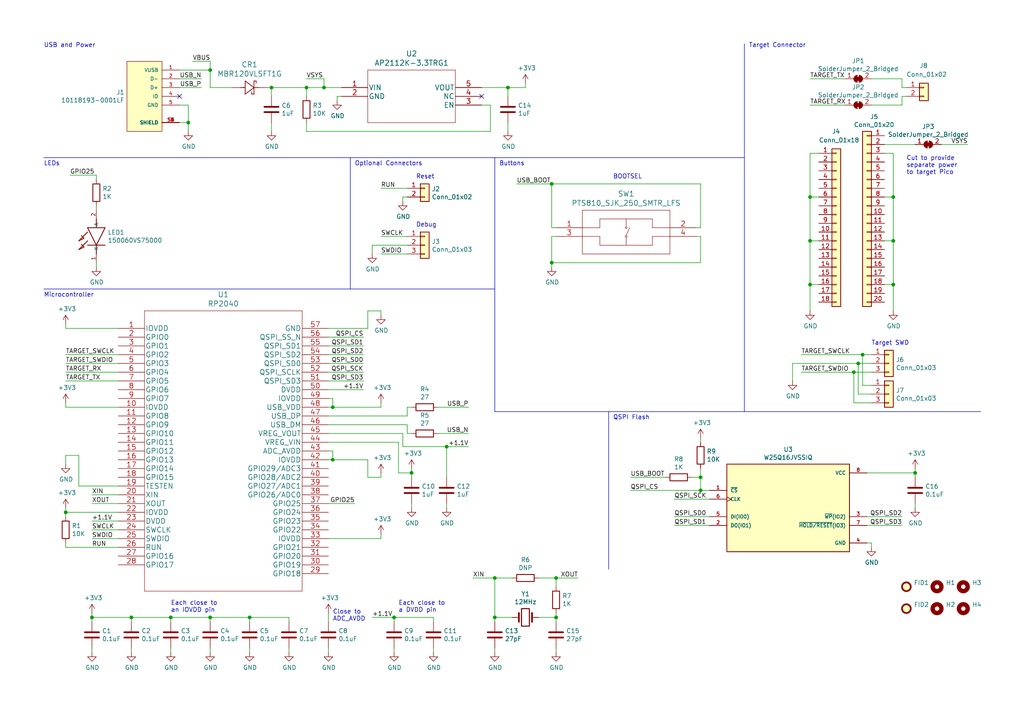
<source format=kicad_sch>
(kicad_sch (version 20230121) (generator eeschema)
  (paper "A4")
  (title_block (title "Raspberry Pi Pico Debugger Shoe") (date "2021-05-12") (rev "v02") (comment 2 "https://creativecommons.org/licenses/by/4.0/") (comment 3 "License: CC BY 4.0") (comment 4 "Author: Shawn Hymel"))
  (junction (at 250.19 102.87))
  (junction (at 60.96 179.07))
  (junction (at 72.39 179.07))
  (junction (at 259.08 82.55))
  (junction (at 19.05 148.59))
  (junction (at 96.52 118.11))
  (junction (at 247.65 107.95))
  (junction (at 234.95 82.55))
  (junction (at 203.2 142.24))
  (junction (at 259.08 69.85))
  (junction (at 265.43 137.16))
  (junction (at 54.61 35.56))
  (junction (at 119.38 137.16))
  (junction (at 49.53 179.07))
  (junction (at 96.52 133.35))
  (junction (at 129.54 129.54))
  (junction (at 114.3 179.07))
  (junction (at 234.95 69.85))
  (junction (at 88.9 25.4))
  (junction (at 143.51 167.64))
  (junction (at 38.1 179.07))
  (junction (at 234.95 57.15))
  (junction (at 143.51 179.07))
  (junction (at 160.02 76.2))
  (junction (at 248.92 105.41))
  (junction (at 78.74 25.4))
  (junction (at 160.02 53.34))
  (junction (at 203.2 138.43))
  (junction (at 161.29 167.64))
  (junction (at 147.32 25.4))
  (junction (at 26.67 179.07))
  (junction (at 60.96 20.32))
  (junction (at 93.98 25.4))
  (junction (at 161.29 179.07))
  (junction (at 259.08 57.15))
  (no_connect (at 52.07 27.94))
  (no_connect (at 139.7 27.94))
  (wire (pts (xy 147.32 25.4) (xy 147.32 27.94)))
  (wire (pts (xy 273.05 41.91) (xy 280.67 41.91)))
  (wire (pts (xy 95.25 128.27) (xy 115.57 128.27)))
  (wire (pts (xy 265.43 135.89) (xy 265.43 137.16)))
  (wire (pts (xy 34.29 105.41) (xy 19.05 105.41)))
  (wire (pts (xy 237.49 69.85) (xy 234.95 69.85)))
  (wire (pts (xy 19.05 95.25) (xy 34.29 95.25)))
  (wire (pts (xy 193.04 138.43) (xy 182.88 138.43)))
  (wire (pts (xy 106.68 95.25) (xy 106.68 90.17)))
  (wire (pts (xy 52.07 35.56) (xy 54.61 35.56)))
  (wire (pts (xy 27.94 50.8) (xy 20.32 50.8)))
  (wire (pts (xy 203.2 127) (xy 203.2 128.27)))
  (wire (pts (xy 118.11 73.66) (xy 110.49 73.66)))
  (wire (pts (xy 118.11 68.58) (xy 110.49 68.58)))
  (wire (pts (xy 259.08 57.15) (xy 259.08 69.85)))
  (wire (pts (xy 49.53 180.34) (xy 49.53 179.07)))
  (wire (pts (xy 129.54 146.05) (xy 129.54 147.32)))
  (wire (pts (xy 251.46 137.16) (xy 265.43 137.16)))
  (wire (pts (xy 248.92 105.41) (xy 248.92 114.3)))
  (wire (pts (xy 160.02 53.34) (xy 149.86 53.34)))
  (wire (pts (xy 234.95 82.55) (xy 234.95 90.17)))
  (wire (pts (xy 234.95 44.45) (xy 234.95 57.15)))
  (wire (pts (xy 60.96 17.78) (xy 55.88 17.78)))
  (wire (pts (xy 252.73 116.84) (xy 247.65 116.84)))
  (wire (pts (xy 83.82 180.34) (xy 83.82 179.07)))
  (wire (pts (xy 95.25 125.73) (xy 116.84 125.73)))
  (wire (pts (xy 252.73 157.48) (xy 252.73 158.75)))
  (wire (pts (xy 27.94 52.07) (xy 27.94 50.8)))
  (wire (pts (xy 97.79 27.94) (xy 99.06 27.94)))
  (wire (pts (xy 200.66 138.43) (xy 203.2 138.43)))
  (wire (pts (xy 256.54 41.91) (xy 265.43 41.91)))
  (wire (pts (xy 250.19 111.76) (xy 250.19 102.87)))
  (wire (pts (xy 95.25 105.41) (xy 105.41 105.41)))
  (wire (pts (xy 72.39 179.07) (xy 60.96 179.07)))
  (wire (pts (xy 139.7 25.4) (xy 147.32 25.4)))
  (wire (pts (xy 19.05 158.75) (xy 34.29 158.75)))
  (wire (pts (xy 125.73 179.07) (xy 114.3 179.07)))
  (wire (pts (xy 72.39 187.96) (xy 72.39 189.23)))
  (wire (pts (xy 88.9 25.4) (xy 93.98 25.4)))
  (wire (pts (xy 205.74 149.86) (xy 195.58 149.86)))
  (wire (pts (xy 261.62 25.4) (xy 261.62 22.86)))
  (wire (pts (xy 52.07 20.32) (xy 60.96 20.32)))
  (wire (pts (xy 77.47 25.4) (xy 78.74 25.4)))
  (wire (pts (xy 107.95 71.12) (xy 118.11 71.12)))
  (wire (pts (xy 118.11 123.19) (xy 118.11 125.73)))
  (wire (pts (xy 118.11 125.73) (xy 119.38 125.73)))
  (wire (pts (xy 127 118.11) (xy 135.89 118.11)))
  (wire (pts (xy 38.1 180.34) (xy 38.1 179.07)))
  (wire (pts (xy 60.96 179.07) (xy 49.53 179.07)))
  (wire (pts (xy 27.94 59.69) (xy 27.94 60.96)))
  (wire (pts (xy 19.05 118.11) (xy 19.05 116.84)))
  (wire (pts (xy 95.25 95.25) (xy 106.68 95.25)))
  (wire (pts (xy 88.9 35.56) (xy 88.9 38.1)))
  (wire (pts (xy 22.86 140.97) (xy 22.86 132.08)))
  (wire (pts (xy 83.82 187.96) (xy 83.82 189.23)))
  (wire (pts (xy 182.88 142.24) (xy 203.2 142.24)))
  (wire (pts (xy 237.49 57.15) (xy 234.95 57.15)))
  (wire (pts (xy 95.25 97.79) (xy 105.41 97.79)))
  (wire (pts (xy 97.79 29.21) (xy 97.79 27.94)))
  (wire (pts (xy 261.62 27.94) (xy 261.62 30.48)))
  (wire (pts (xy 201.93 66.04) (xy 203.2 66.04)))
  (wire (pts (xy 234.95 57.15) (xy 234.95 69.85)))
  (wire (pts (xy 142.24 38.1) (xy 142.24 30.48)))
  (wire (pts (xy 96.52 130.81) (xy 96.52 133.35)))
  (wire (pts (xy 148.59 179.07) (xy 143.51 179.07)))
  (wire (pts (xy 205.74 142.24) (xy 203.2 142.24)))
  (polyline (pts (xy 143.51 119.38) (xy 284.48 119.38)))
  (wire (pts (xy 142.24 30.48) (xy 139.7 30.48)))
  (wire (pts (xy 152.4 25.4) (xy 152.4 24.13)))
  (wire (pts (xy 88.9 38.1) (xy 142.24 38.1)))
  (wire (pts (xy 95.25 110.49) (xy 105.41 110.49)))
  (wire (pts (xy 110.49 138.43) (xy 110.49 137.16)))
  (wire (pts (xy 237.49 82.55) (xy 234.95 82.55)))
  (wire (pts (xy 115.57 137.16) (xy 119.38 137.16)))
  (wire (pts (xy 96.52 118.11) (xy 110.49 118.11)))
  (polyline (pts (xy 176.53 165.1) (xy 176.53 119.38)))
  (wire (pts (xy 247.65 116.84) (xy 247.65 107.95)))
  (wire (pts (xy 52.07 30.48) (xy 54.61 30.48)))
  (wire (pts (xy 49.53 187.96) (xy 49.53 189.23)))
  (wire (pts (xy 160.02 76.2) (xy 203.2 76.2)))
  (wire (pts (xy 259.08 69.85) (xy 259.08 82.55)))
  (wire (pts (xy 38.1 187.96) (xy 38.1 189.23)))
  (wire (pts (xy 203.2 53.34) (xy 160.02 53.34)))
  (wire (pts (xy 95.25 130.81) (xy 96.52 130.81)))
  (wire (pts (xy 106.68 90.17) (xy 110.49 90.17)))
  (wire (pts (xy 156.21 167.64) (xy 161.29 167.64)))
  (wire (pts (xy 38.1 179.07) (xy 26.67 179.07)))
  (wire (pts (xy 88.9 25.4) (xy 88.9 27.94)))
  (wire (pts (xy 60.96 187.96) (xy 60.96 189.23)))
  (wire (pts (xy 116.84 125.73) (xy 116.84 129.54)))
  (wire (pts (xy 119.38 137.16) (xy 119.38 138.43)))
  (wire (pts (xy 119.38 137.16) (xy 119.38 135.89)))
  (wire (pts (xy 250.19 102.87) (xy 252.73 102.87)))
  (wire (pts (xy 147.32 25.4) (xy 152.4 25.4)))
  (wire (pts (xy 259.08 82.55) (xy 259.08 90.17)))
  (wire (pts (xy 262.89 25.4) (xy 261.62 25.4)))
  (wire (pts (xy 19.05 147.32) (xy 19.05 148.59)))
  (wire (pts (xy 161.29 167.64) (xy 161.29 170.18)))
  (polyline (pts (xy 101.6 45.72) (xy 101.6 83.82)))
  (wire (pts (xy 34.29 140.97) (xy 22.86 140.97)))
  (wire (pts (xy 49.53 179.07) (xy 38.1 179.07)))
  (wire (pts (xy 96.52 133.35) (xy 106.68 133.35)))
  (wire (pts (xy 147.32 35.56) (xy 147.32 38.1)))
  (wire (pts (xy 107.95 73.66) (xy 107.95 71.12)))
  (wire (pts (xy 54.61 35.56) (xy 54.61 38.1)))
  (wire (pts (xy 26.67 187.96) (xy 26.67 189.23)))
  (wire (pts (xy 78.74 35.56) (xy 78.74 38.1)))
  (wire (pts (xy 93.98 25.4) (xy 99.06 25.4)))
  (wire (pts (xy 34.29 107.95) (xy 19.05 107.95)))
  (polyline (pts (xy 215.9 12.7) (xy 215.9 119.38)))
  (wire (pts (xy 116.84 129.54) (xy 129.54 129.54)))
  (wire (pts (xy 161.29 68.58) (xy 160.02 68.58)))
  (wire (pts (xy 129.54 138.43) (xy 129.54 129.54)))
  (wire (pts (xy 160.02 68.58) (xy 160.02 76.2)))
  (wire (pts (xy 234.95 30.48) (xy 245.11 30.48)))
  (wire (pts (xy 110.49 90.17) (xy 110.49 91.44)))
  (wire (pts (xy 203.2 76.2) (xy 203.2 68.58)))
  (wire (pts (xy 256.54 44.45) (xy 259.08 44.45)))
  (wire (pts (xy 203.2 138.43) (xy 203.2 135.89)))
  (wire (pts (xy 19.05 158.75) (xy 19.05 157.48)))
  (wire (pts (xy 265.43 137.16) (xy 265.43 138.43)))
  (wire (pts (xy 106.68 138.43) (xy 110.49 138.43)))
  (wire (pts (xy 252.73 111.76) (xy 250.19 111.76)))
  (wire (pts (xy 95.25 118.11) (xy 96.52 118.11)))
  (wire (pts (xy 161.29 179.07) (xy 161.29 180.34)))
  (wire (pts (xy 34.29 151.13) (xy 26.67 151.13)))
  (wire (pts (xy 118.11 120.65) (xy 118.11 118.11)))
  (wire (pts (xy 234.95 69.85) (xy 234.95 82.55)))
  (wire (pts (xy 237.49 44.45) (xy 234.95 44.45)))
  (wire (pts (xy 34.29 110.49) (xy 19.05 110.49)))
  (wire (pts (xy 247.65 107.95) (xy 252.73 107.95)))
  (wire (pts (xy 34.29 153.67) (xy 26.67 153.67)))
  (wire (pts (xy 160.02 76.2) (xy 160.02 77.47)))
  (wire (pts (xy 205.74 152.4) (xy 195.58 152.4)))
  (wire (pts (xy 96.52 115.57) (xy 96.52 118.11)))
  (wire (pts (xy 60.96 25.4) (xy 67.31 25.4)))
  (wire (pts (xy 52.07 22.86) (xy 58.42 22.86)))
  (wire (pts (xy 34.29 143.51) (xy 26.67 143.51)))
  (wire (pts (xy 60.96 20.32) (xy 60.96 25.4)))
  (wire (pts (xy 19.05 102.87) (xy 34.29 102.87)))
  (wire (pts (xy 116.84 57.15) (xy 116.84 58.42)))
  (wire (pts (xy 93.98 25.4) (xy 93.98 22.86)))
  (wire (pts (xy 161.29 177.8) (xy 161.29 179.07)))
  (wire (pts (xy 143.51 187.96) (xy 143.51 189.23)))
  (wire (pts (xy 256.54 69.85) (xy 259.08 69.85)))
  (wire (pts (xy 60.96 20.32) (xy 60.96 17.78)))
  (wire (pts (xy 203.2 68.58) (xy 201.93 68.58)))
  (wire (pts (xy 118.11 57.15) (xy 116.84 57.15)))
  (wire (pts (xy 229.87 105.41) (xy 229.87 110.49)))
  (wire (pts (xy 95.25 120.65) (xy 118.11 120.65)))
  (wire (pts (xy 78.74 25.4) (xy 78.74 27.94)))
  (wire (pts (xy 160.02 53.34) (xy 160.02 66.04)))
  (wire (pts (xy 27.94 76.2) (xy 27.94 77.47)))
  (wire (pts (xy 95.25 133.35) (xy 96.52 133.35)))
  (wire (pts (xy 232.41 107.95) (xy 247.65 107.95)))
  (wire (pts (xy 118.11 118.11) (xy 119.38 118.11)))
  (wire (pts (xy 19.05 148.59) (xy 34.29 148.59)))
  (wire (pts (xy 143.51 180.34) (xy 143.51 179.07)))
  (wire (pts (xy 110.49 156.21) (xy 110.49 154.94)))
  (wire (pts (xy 203.2 142.24) (xy 203.2 138.43)))
  (wire (pts (xy 125.73 180.34) (xy 125.73 179.07)))
  (wire (pts (xy 143.51 179.07) (xy 143.51 167.64)))
  (wire (pts (xy 129.54 129.54) (xy 135.89 129.54)))
  (wire (pts (xy 95.25 177.8) (xy 95.25 180.34)))
  (wire (pts (xy 19.05 118.11) (xy 34.29 118.11)))
  (wire (pts (xy 259.08 44.45) (xy 259.08 57.15)))
  (wire (pts (xy 72.39 180.34) (xy 72.39 179.07)))
  (wire (pts (xy 251.46 152.4) (xy 261.62 152.4)))
  (wire (pts (xy 114.3 180.34) (xy 114.3 179.07)))
  (wire (pts (xy 127 125.73) (xy 135.89 125.73)))
  (wire (pts (xy 160.02 66.04) (xy 161.29 66.04)))
  (wire (pts (xy 232.41 102.87) (xy 250.19 102.87)))
  (wire (pts (xy 161.29 187.96) (xy 161.29 189.23)))
  (wire (pts (xy 95.25 123.19) (xy 118.11 123.19)))
  (wire (pts (xy 22.86 132.08) (xy 19.05 132.08)))
  (wire (pts (xy 262.89 27.94) (xy 261.62 27.94)))
  (wire (pts (xy 261.62 30.48) (xy 252.73 30.48)))
  (wire (pts (xy 95.25 146.05) (xy 102.87 146.05)))
  (wire (pts (xy 115.57 128.27) (xy 115.57 137.16)))
  (polyline (pts (xy 12.7 45.72) (xy 215.9 45.72)))
  (wire (pts (xy 60.96 180.34) (xy 60.96 179.07)))
  (wire (pts (xy 119.38 146.05) (xy 119.38 147.32)))
  (wire (pts (xy 234.95 22.86) (xy 245.11 22.86)))
  (wire (pts (xy 161.29 167.64) (xy 167.64 167.64)))
  (wire (pts (xy 195.58 144.78) (xy 205.74 144.78)))
  (wire (pts (xy 265.43 146.05) (xy 265.43 147.32)))
  (wire (pts (xy 93.98 22.86) (xy 88.9 22.86)))
  (wire (pts (xy 256.54 82.55) (xy 259.08 82.55)))
  (wire (pts (xy 78.74 25.4) (xy 88.9 25.4)))
  (wire (pts (xy 19.05 95.25) (xy 19.05 93.98)))
  (wire (pts (xy 114.3 187.96) (xy 114.3 189.23)))
  (wire (pts (xy 110.49 118.11) (xy 110.49 116.84)))
  (wire (pts (xy 143.51 167.64) (xy 148.59 167.64)))
  (wire (pts (xy 19.05 149.86) (xy 19.05 148.59)))
  (wire (pts (xy 95.25 100.33) (xy 105.41 100.33)))
  (wire (pts (xy 252.73 105.41) (xy 248.92 105.41)))
  (wire (pts (xy 95.25 156.21) (xy 110.49 156.21)))
  (wire (pts (xy 19.05 132.08) (xy 19.05 134.62)))
  (wire (pts (xy 95.25 115.57) (xy 96.52 115.57)))
  (wire (pts (xy 125.73 187.96) (xy 125.73 189.23)))
  (wire (pts (xy 203.2 66.04) (xy 203.2 53.34)))
  (wire (pts (xy 251.46 149.86) (xy 261.62 149.86)))
  (wire (pts (xy 229.87 105.41) (xy 248.92 105.41)))
  (wire (pts (xy 95.25 107.95) (xy 105.41 107.95)))
  (wire (pts (xy 34.29 156.21) (xy 26.67 156.21)))
  (wire (pts (xy 26.67 179.07) (xy 26.67 180.34)))
  (wire (pts (xy 52.07 25.4) (xy 58.42 25.4)))
  (wire (pts (xy 156.21 179.07) (xy 161.29 179.07)))
  (wire (pts (xy 26.67 179.07) (xy 26.67 177.8)))
  (polyline (pts (xy 143.51 45.72) (xy 143.51 119.38)))
  (wire (pts (xy 106.68 133.35) (xy 106.68 138.43)))
  (wire (pts (xy 83.82 179.07) (xy 72.39 179.07)))
  (wire (pts (xy 95.25 102.87) (xy 105.41 102.87)))
  (wire (pts (xy 248.92 114.3) (xy 252.73 114.3)))
  (wire (pts (xy 261.62 22.86) (xy 252.73 22.86)))
  (wire (pts (xy 34.29 146.05) (xy 26.67 146.05)))
  (polyline (pts (xy 12.7 83.82) (xy 143.51 83.82)))
  (wire (pts (xy 256.54 57.15) (xy 259.08 57.15)))
  (wire (pts (xy 251.46 157.48) (xy 252.73 157.48)))
  (wire (pts (xy 107.95 179.07) (xy 114.3 179.07)))
  (wire (pts (xy 143.51 167.64) (xy 137.16 167.64)))
  (wire (pts (xy 95.25 113.03) (xy 105.41 113.03)))
  (wire (pts (xy 118.11 54.61) (xy 110.49 54.61)))
  (wire (pts (xy 54.61 30.48) (xy 54.61 35.56)))
  (wire (pts (xy 95.25 187.96) (xy 95.25 189.23)))
  (text "Cut to provide\nseparate power\nto target Pico" (at 262.89 50.8 0) (effects (font (size 1.27 1.27)) (justify left bottom)))
  (text "QSPI Flash" (at 177.8 121.92 0) (effects (font (size 1.27 1.27)) (justify left bottom)))
  (text "Buttons" (at 144.78 48.26 0) (effects (font (size 1.27 1.27)) (justify left bottom)))
  (text "Each close to\nan IOVDD pin" (at 49.53 177.8 0) (effects (font (size 1.27 1.27)) (justify left bottom)))
  (text "Microcontroller" (at 12.7 86.36 0) (effects (font (size 1.27 1.27)) (justify left bottom)))
  (text "BOOTSEL" (at 177.8 52.07 0) (effects (font (size 1.27 1.27)) (justify left bottom)))
  (text "Target Connector" (at 217.17 13.97 0) (effects (font (size 1.27 1.27)) (justify left bottom)))
  (text "Debug" (at 120.65 66.04 0) (effects (font (size 1.27 1.27)) (justify left bottom)))
  (text "Reset" (at 120.65 52.07 0) (effects (font (size 1.27 1.27)) (justify left bottom)))
  (text "LEDs" (at 12.7 48.26 0) (effects (font (size 1.27 1.27)) (justify left bottom)))
  (text "Target SWD" (at 252.73 100.33 0) (effects (font (size 1.27 1.27)) (justify left bottom)))
  (text "Each close to\na DVDD pin" (at 115.57 177.8 0) (effects (font (size 1.27 1.27)) (justify left bottom)))
  (text "USB and Power" (at 12.7 13.97 0) (effects (font (size 1.27 1.27)) (justify left bottom)))
  (text "Close to\nADC_AVDD" (at 96.52 180.34 0) (effects (font (size 1.27 1.27)) (justify left bottom)))
  (text "Optional Connectors" (at 102.87 48.26 0) (effects (font (size 1.27 1.27)) (justify left bottom)))
  (label "QSPI_SD2" (at 261.62 149.86 180))
  (label "VSYS" (at 88.9 22.86 0))
  (label "QSPI_CS" (at 182.88 142.24 0))
  (label "USB_P" (at 135.89 118.11 180))
  (label "QSPI_SD1" (at 105.41 100.33 180))
  (label "TARGET_RX" (at 234.95 30.48 0))
  (label "QSPI_SD1" (at 195.58 152.4 0))
  (label "SWCLK" (at 26.67 153.67 0))
  (label "GPIO25" (at 102.87 146.05 180))
  (label "VSYS" (at 280.67 41.91 180))
  (label "+1.1V" (at 105.41 113.03 180))
  (label "USB_N" (at 58.42 22.86 180))
  (label "XOUT" (at 167.64 167.64 180))
  (label "USB_BOOT" (at 182.88 138.43 0))
  (label "RUN" (at 110.49 54.61 0))
  (label "QSPI_SD3" (at 105.41 110.49 180))
  (label "XIN" (at 137.16 167.64 0))
  (label "TARGET_TX" (at 234.95 22.86 0))
  (label "TARGET_SWCLK" (at 232.41 102.87 0))
  (label "+1.1V" (at 26.67 151.13 0))
  (label "RUN" (at 26.67 158.75 0))
  (label "USB_N" (at 135.89 125.73 180))
  (label "QSPI_SD0" (at 105.41 105.41 180))
  (label "TARGET_SWDIO" (at 232.41 107.95 0))
  (label "SWDIO" (at 26.67 156.21 0))
  (label "SWDIO" (at 110.49 73.66 0))
  (label "+1.1V" (at 135.89 129.54 180))
  (label "USB_P" (at 58.42 25.4 180))
  (label "QSPI_SD2" (at 105.41 102.87 180))
  (label "QSPI_SCK" (at 195.58 144.78 0))
  (label "GPIO25" (at 20.32 50.8 0))
  (label "TARGET_TX" (at 19.05 110.49 0))
  (label "QSPI_CS" (at 105.41 97.79 180))
  (label "XOUT" (at 26.67 146.05 0))
  (label "XIN" (at 26.67 143.51 0))
  (label "SWCLK" (at 110.49 68.58 0))
  (label "TARGET_SWDIO" (at 19.05 105.41 0))
  (label "VBUS" (at 55.88 17.78 0))
  (label "+1.1V" (at 107.95 179.07 0))
  (label "TARGET_SWCLK" (at 19.05 102.87 0))
  (label "USB_BOOT" (at 149.86 53.34 0))
  (label "QSPI_SCK" (at 105.41 107.95 180))
  (label "TARGET_RX" (at 19.05 107.95 0))
  (label "QSPI_SD3" (at 261.62 152.4 180))
  (label "QSPI_SD0" (at 195.58 149.86 0))
  (symbol (lib_id "rpi-pico-debugger-shoe-rescue:RP2040-2021-05-11_23-45-12") (at 34.29 95.25 0) (unit 1)
    (property "Reference" "U1" (at 64.77 85.4202 0) (effects (font (size 1.524 1.524))))
    (property "Value" "RP2040" (at 64.77 88.1126 0) (effects (font (size 1.524 1.524))))
    (property "Footprint" "rp2040:RP2040" (effects hide))
    (property "Digi-Key_PN" "TBD" (effects hide))
  )
  (symbol (lib_id "rpi-pico-debugger-shoe-rescue:AP2112K-3.3TRG1-2021-05-12_00-19-53") (at 99.06 25.4 0) (unit 1)
    (property "Reference" "U2" (at 119.38 15.5702 0) (effects (font (size 1.524 1.524))))
    (property "Value" "AP2112K-3.3TRG1" (at 119.38 18.2626 0) (effects (font (size 1.524 1.524))))
    (property "Footprint" "ap2112:AP2112K-3.3TRG1" (effects hide))
    (property "Digi-Key_PN" "AP2112K-3.3TRG1DICT-ND" (effects hide))
  )
  (symbol (lib_id "rpi-pico-debugger-shoe-rescue:10118193-0001LF-10118193-0001LF") (at 41.91 27.94 0) (mirror y) (unit 1)
    (property "Reference" "J1" (at 36.1188 26.7716 0) (effects (justify left)))
    (property "Value" "10118193-0001LF" (at 36.1188 29.083 0) (effects (justify left)))
    (property "Footprint" "10118193-0001LF:FCI_10118193-0001LF_no-slot" (effects hide))
    (property "DESCRIPTION" "Single Port 5 Contact Shielded SMT MICRO USB B-Type Receptacle" (effects hide))
    (property "MP" "10118193-0001LF" (effects hide))
    (property "PACKAGE" "None" (effects hide))
    (property "AVAILABILITY" "Unavailable" (effects hide))
    (property "PRICE" "None" (effects hide))
    (property "MF" "Amphenol FCI" (effects hide))
    (property "Digi-Key_PN" "609-4616-1-ND" (effects hide))
  )
  (symbol (lib_id "rpi-pico-debugger-shoe-rescue:MBR120VLSFT1G-2021-05-12_00-49-18") (at 67.31 25.4 0) (unit 1)
    (property "Reference" "CR1" (at 72.39 18.7198 0) (effects (font (size 1.524 1.524))))
    (property "Value" "MBR120VLSFT1G" (at 72.39 21.4122 0) (effects (font (size 1.524 1.524))))
    (property "Footprint" "mbr120vlsft1g:MBR120VLSFT1G" (effects hide))
    (property "Digi-Key_PN" "MBR120VLSFT1GOSCT-ND" (effects hide))
  )
  (symbol (lib_id "rpi-pico-debugger-shoe-rescue:PTS810_SJK_250_SMTR_LFS-2021-05-12_02-12-02") (at 161.29 66.04 0) (unit 1)
    (property "Reference" "SW1" (at 181.61 56.2102 0) (effects (font (size 1.524 1.524))))
    (property "Value" "PTS810_SJK_250_SMTR_LFS" (at 181.61 58.9026 0) (effects (font (size 1.524 1.524))))
    (property "Footprint" "PTS810 SJK 250 SMTR LFS:PTS810 SJK 250 SMTR LFS" (effects hide))
    (property "Digi-Key_PN" "CKN10503CT-ND" (effects hide))
  )
  (symbol (lib_id "rpi-pico-debugger-shoe-rescue:W25Q16JVSSIQ-W25Q16JVSSIQ") (at 228.6 147.32 0) (unit 1)
    (property "Reference" "U3" (at 228.6 130.3782 0))
    (property "Value" "W25Q16JVSSIQ" (at 228.6 132.6896 0))
    (property "Footprint" "W25Q16JVSSIQ:SOIC127P790X216-8N" (effects hide))
    (property "PRICE" "None" (effects hide))
    (property "AVAILABILITY" "Unavailable" (effects hide))
    (property "MF" "Winbond Electronics" (effects hide))
    (property "MP" "W25Q16JVSSIQ" (effects hide))
    (property "PACKAGE" "SOIC-8 Winbond" (effects hide))
    (property "DESCRIPTION" "3v 16m-Bit Serial Flash Memory With Dual" (effects hide))
    (property "Digi-Key_PN" "256-W25Q16JVSSIM-ND" (effects hide))
  )
  (symbol (lib_id "Device:R") (at 88.9 31.75 0) (unit 1)
    (property "Reference" "R3" (at 90.678 30.5816 0) (effects (justify left)))
    (property "Value" "10K" (at 90.678 32.893 0) (effects (justify left)))
    (property "Footprint" "Resistor_SMD:R_0603_1608Metric_Pad0.98x0.95mm_HandSolder" (effects hide))
    (property "Digi-Key_PN" "311-10KGRCT-ND" (effects hide))
  )
  (symbol (lib_id "power:GND") (at 97.79 29.21 0) (unit 1)
    (property "Reference" "#PWR0101" (effects hide))
    (property "Value" "GND" (at 97.917 33.6042 0))
  )
  (symbol (lib_id "Device:C") (at 78.74 31.75 0) (unit 1)
    (property "Reference" "C6" (at 81.661 30.5816 0) (effects (justify left)))
    (property "Value" "1uF" (at 81.661 32.893 0) (effects (justify left)))
    (property "Footprint" "Capacitor_SMD:C_0603_1608Metric_Pad1.08x0.95mm_HandSolder" (effects hide))
    (property "Digi-Key_PN" "1276-6524-1-ND" (effects hide))
  )
  (symbol (lib_id "Device:C") (at 147.32 31.75 0) (unit 1)
    (property "Reference" "C14" (at 150.241 30.5816 0) (effects (justify left)))
    (property "Value" "1uF" (at 150.241 32.893 0) (effects (justify left)))
    (property "Footprint" "Capacitor_SMD:C_0603_1608Metric_Pad1.08x0.95mm_HandSolder" (effects hide))
    (property "Digi-Key_PN" "1276-6524-1-ND" (effects hide))
  )
  (symbol (lib_id "power:GND") (at 78.74 38.1 0) (unit 1)
    (property "Reference" "#PWR0102" (effects hide))
    (property "Value" "GND" (at 78.867 42.4942 0))
  )
  (symbol (lib_id "power:GND") (at 147.32 38.1 0) (unit 1)
    (property "Reference" "#PWR0103" (effects hide))
    (property "Value" "GND" (at 147.447 42.4942 0))
  )
  (symbol (lib_id "rpi-pico-debugger-shoe-rescue:+3.3V-power") (at 152.4 24.13 0) (unit 1)
    (property "Reference" "#PWR0104" (effects hide))
    (property "Value" "+3.3V" (at 152.781 19.7358 0))
  )
  (symbol (lib_id "power:GND") (at 54.61 38.1 0) (unit 1)
    (property "Reference" "#PWR0105" (effects hide))
    (property "Value" "GND" (at 54.737 42.4942 0))
  )
  (symbol (lib_id "rpi-pico-debugger-shoe-rescue:+3.3V-power") (at 19.05 93.98 0) (unit 1)
    (property "Reference" "#PWR0106" (effects hide))
    (property "Value" "+3.3V" (at 19.431 89.5858 0))
  )
  (symbol (lib_id "power:GND") (at 19.05 134.62 0) (unit 1)
    (property "Reference" "#PWR0107" (effects hide))
    (property "Value" "GND" (at 19.177 139.0142 0))
  )
  (symbol (lib_id "rpi-pico-debugger-shoe-rescue:+3.3V-power") (at 19.05 147.32 0) (unit 1)
    (property "Reference" "#PWR0108" (effects hide))
    (property "Value" "+3.3V" (at 19.431 142.9258 0))
  )
  (symbol (lib_id "Mechanical:MountingHole") (at 279.4 170.18 0) (unit 1)
    (property "Reference" "H3" (at 281.94 169.0116 0) (effects (justify left)))
    (property "Value" "MountingHole" (effects hide))
    (property "Footprint" "MountingHole:MountingHole_2.1mm" (effects hide))
  )
  (symbol (lib_id "Mechanical:MountingHole") (at 279.4 176.53 0) (unit 1)
    (property "Reference" "H4" (at 281.94 175.3616 0) (effects (justify left)))
    (property "Value" "MountingHole" (effects hide))
    (property "Footprint" "MountingHole:MountingHole_2.1mm" (effects hide))
  )
  (symbol (lib_id "Mechanical:MountingHole") (at 271.78 176.53 0) (unit 1)
    (property "Reference" "H2" (at 274.32 175.3616 0) (effects (justify left)))
    (property "Value" "MountingHole" (effects hide))
    (property "Footprint" "MountingHole:MountingHole_2.1mm" (effects hide))
  )
  (symbol (lib_id "Mechanical:MountingHole") (at 271.78 170.18 0) (unit 1)
    (property "Reference" "H1" (at 274.32 169.0116 0) (effects (justify left)))
    (property "Value" "MountingHole" (effects hide))
    (property "Footprint" "MountingHole:MountingHole_2.1mm" (effects hide))
  )
  (symbol (lib_id "Mechanical:Fiducial") (at 262.89 170.18 0) (unit 1)
    (property "Reference" "FID1" (at 265.049 169.0116 0) (effects (justify left)))
    (property "Value" "Fiducial" (effects hide))
    (property "Footprint" "Fiducial:Fiducial_1mm_Mask2mm" (effects hide))
  )
  (symbol (lib_id "Mechanical:Fiducial") (at 262.89 176.53 0) (unit 1)
    (property "Reference" "FID2" (at 265.049 175.3616 0) (effects (justify left)))
    (property "Value" "Fiducial" (effects hide))
    (property "Footprint" "Fiducial:Fiducial_1mm_Mask2mm" (effects hide))
  )
  (symbol (lib_id "rpi-pico-debugger-shoe-rescue:+3.3V-power") (at 19.05 116.84 0) (unit 1)
    (property "Reference" "#PWR0109" (effects hide))
    (property "Value" "+3.3V" (at 19.431 112.4458 0))
  )
  (symbol (lib_id "rpi-pico-debugger-shoe-rescue:+3.3V-power") (at 110.49 154.94 0) (unit 1)
    (property "Reference" "#PWR0110" (effects hide))
    (property "Value" "+3.3V" (at 110.871 150.5458 0))
  )
  (symbol (lib_id "rpi-pico-debugger-shoe-rescue:+3.3V-power") (at 110.49 137.16 0) (unit 1)
    (property "Reference" "#PWR0111" (effects hide))
    (property "Value" "+3.3V" (at 110.871 132.7658 0))
  )
  (symbol (lib_id "Device:R") (at 123.19 125.73 270) (unit 1)
    (property "Reference" "R5" (at 123.19 120.4722 90))
    (property "Value" "27" (at 123.19 122.7836 90))
    (property "Footprint" "Resistor_SMD:R_0603_1608Metric_Pad0.98x0.95mm_HandSolder" (effects hide))
    (property "Digi-Key_PN" "311-27.0HRCT-ND" (effects hide))
  )
  (symbol (lib_id "Device:R") (at 123.19 118.11 270) (unit 1)
    (property "Reference" "R4" (at 123.19 112.8522 90))
    (property "Value" "27" (at 123.19 115.1636 90))
    (property "Footprint" "Resistor_SMD:R_0603_1608Metric_Pad0.98x0.95mm_HandSolder" (effects hide))
    (property "Digi-Key_PN" "311-27.0HRCT-ND" (effects hide))
  )
  (symbol (lib_id "rpi-pico-debugger-shoe-rescue:+3.3V-power") (at 110.49 116.84 0) (unit 1)
    (property "Reference" "#PWR0112" (effects hide))
    (property "Value" "+3.3V" (at 110.871 112.4458 0))
  )
  (symbol (lib_id "Device:C") (at 129.54 142.24 0) (unit 1)
    (property "Reference" "C12" (at 132.461 141.0716 0) (effects (justify left)))
    (property "Value" "1uF" (at 132.461 143.383 0) (effects (justify left)))
    (property "Footprint" "Capacitor_SMD:C_0603_1608Metric_Pad1.08x0.95mm_HandSolder" (effects hide))
    (property "Digi-Key_PN" "1276-6524-1-ND" (effects hide))
  )
  (symbol (lib_id "power:GND") (at 129.54 147.32 0) (unit 1)
    (property "Reference" "#PWR0113" (effects hide))
    (property "Value" "GND" (at 129.667 151.7142 0))
  )
  (symbol (lib_id "Device:C") (at 119.38 142.24 0) (unit 1)
    (property "Reference" "C10" (at 122.301 141.0716 0) (effects (justify left)))
    (property "Value" "1uF" (at 122.301 143.383 0) (effects (justify left)))
    (property "Footprint" "Capacitor_SMD:C_0603_1608Metric_Pad1.08x0.95mm_HandSolder" (effects hide))
    (property "Digi-Key_PN" "1276-6524-1-ND" (effects hide))
  )
  (symbol (lib_id "rpi-pico-debugger-shoe-rescue:+3.3V-power") (at 119.38 135.89 0) (unit 1)
    (property "Reference" "#PWR0114" (effects hide))
    (property "Value" "+3.3V" (at 119.761 131.4958 0))
  )
  (symbol (lib_id "power:GND") (at 119.38 147.32 0) (unit 1)
    (property "Reference" "#PWR0115" (effects hide))
    (property "Value" "GND" (at 119.507 151.7142 0))
  )
  (symbol (lib_id "power:GND") (at 110.49 91.44 0) (unit 1)
    (property "Reference" "#PWR0116" (effects hide))
    (property "Value" "GND" (at 110.617 95.8342 0))
  )
  (symbol (lib_id "Device:C") (at 114.3 184.15 0) (unit 1)
    (property "Reference" "C9" (at 117.221 182.9816 0) (effects (justify left)))
    (property "Value" "0.1uF" (at 117.221 185.293 0) (effects (justify left)))
    (property "Footprint" "Capacitor_SMD:C_0603_1608Metric_Pad1.08x0.95mm_HandSolder" (effects hide))
    (property "Digi-Key_PN" "311-1344-1-ND" (effects hide))
  )
  (symbol (lib_id "Device:C") (at 125.73 184.15 0) (unit 1)
    (property "Reference" "C11" (at 128.651 182.9816 0) (effects (justify left)))
    (property "Value" "0.1uF" (at 128.651 185.293 0) (effects (justify left)))
    (property "Footprint" "Capacitor_SMD:C_0603_1608Metric_Pad1.08x0.95mm_HandSolder" (effects hide))
    (property "Digi-Key_PN" "311-1344-1-ND" (effects hide))
  )
  (symbol (lib_id "power:GND") (at 114.3 189.23 0) (unit 1)
    (property "Reference" "#PWR0129" (effects hide))
    (property "Value" "GND" (at 114.427 193.6242 0))
  )
  (symbol (lib_id "power:GND") (at 125.73 189.23 0) (unit 1)
    (property "Reference" "#PWR0128" (effects hide))
    (property "Value" "GND" (at 125.857 193.6242 0))
  )
  (symbol (lib_id "Device:C") (at 26.67 184.15 0) (unit 1)
    (property "Reference" "C1" (at 29.591 182.9816 0) (effects (justify left)))
    (property "Value" "0.1uF" (at 29.591 185.293 0) (effects (justify left)))
    (property "Footprint" "Capacitor_SMD:C_0603_1608Metric_Pad1.08x0.95mm_HandSolder" (effects hide))
    (property "Digi-Key_PN" "311-1344-1-ND" (effects hide))
  )
  (symbol (lib_id "power:GND") (at 26.67 189.23 0) (unit 1)
    (property "Reference" "#PWR0127" (effects hide))
    (property "Value" "GND" (at 26.797 193.6242 0))
  )
  (symbol (lib_id "Device:C") (at 38.1 184.15 0) (unit 1)
    (property "Reference" "C2" (at 41.021 182.9816 0) (effects (justify left)))
    (property "Value" "0.1uF" (at 41.021 185.293 0) (effects (justify left)))
    (property "Footprint" "Capacitor_SMD:C_0603_1608Metric_Pad1.08x0.95mm_HandSolder" (effects hide))
    (property "Digi-Key_PN" "311-1344-1-ND" (effects hide))
  )
  (symbol (lib_id "Device:C") (at 49.53 184.15 0) (unit 1)
    (property "Reference" "C3" (at 52.451 182.9816 0) (effects (justify left)))
    (property "Value" "0.1uF" (at 52.451 185.293 0) (effects (justify left)))
    (property "Footprint" "Capacitor_SMD:C_0603_1608Metric_Pad1.08x0.95mm_HandSolder" (effects hide))
    (property "Digi-Key_PN" "311-1344-1-ND" (effects hide))
  )
  (symbol (lib_id "Device:C") (at 60.96 184.15 0) (unit 1)
    (property "Reference" "C4" (at 63.881 182.9816 0) (effects (justify left)))
    (property "Value" "0.1uF" (at 63.881 185.293 0) (effects (justify left)))
    (property "Footprint" "Capacitor_SMD:C_0603_1608Metric_Pad1.08x0.95mm_HandSolder" (effects hide))
    (property "Digi-Key_PN" "311-1344-1-ND" (effects hide))
  )
  (symbol (lib_id "Device:C") (at 72.39 184.15 0) (unit 1)
    (property "Reference" "C5" (at 75.311 182.9816 0) (effects (justify left)))
    (property "Value" "0.1uF" (at 75.311 185.293 0) (effects (justify left)))
    (property "Footprint" "Capacitor_SMD:C_0603_1608Metric_Pad1.08x0.95mm_HandSolder" (effects hide))
    (property "Digi-Key_PN" "311-1344-1-ND" (effects hide))
  )
  (symbol (lib_id "Device:C") (at 83.82 184.15 0) (unit 1)
    (property "Reference" "C7" (at 86.741 182.9816 0) (effects (justify left)))
    (property "Value" "0.1uF" (at 86.741 185.293 0) (effects (justify left)))
    (property "Footprint" "Capacitor_SMD:C_0603_1608Metric_Pad1.08x0.95mm_HandSolder" (effects hide))
    (property "Digi-Key_PN" "311-1344-1-ND" (effects hide))
  )
  (symbol (lib_id "power:GND") (at 38.1 189.23 0) (unit 1)
    (property "Reference" "#PWR0126" (effects hide))
    (property "Value" "GND" (at 38.227 193.6242 0))
  )
  (symbol (lib_id "power:GND") (at 49.53 189.23 0) (unit 1)
    (property "Reference" "#PWR0125" (effects hide))
    (property "Value" "GND" (at 49.657 193.6242 0))
  )
  (symbol (lib_id "power:GND") (at 60.96 189.23 0) (unit 1)
    (property "Reference" "#PWR0124" (effects hide))
    (property "Value" "GND" (at 61.087 193.6242 0))
  )
  (symbol (lib_id "power:GND") (at 72.39 189.23 0) (unit 1)
    (property "Reference" "#PWR0123" (effects hide))
    (property "Value" "GND" (at 72.517 193.6242 0))
  )
  (symbol (lib_id "power:GND") (at 83.82 189.23 0) (unit 1)
    (property "Reference" "#PWR0122" (effects hide))
    (property "Value" "GND" (at 83.947 193.6242 0))
  )
  (symbol (lib_id "rpi-pico-debugger-shoe-rescue:+3.3V-power") (at 26.67 177.8 0) (unit 1)
    (property "Reference" "#PWR0121" (effects hide))
    (property "Value" "+3.3V" (at 27.051 173.4058 0))
  )
  (symbol (lib_id "Device:C") (at 95.25 184.15 0) (unit 1)
    (property "Reference" "C8" (at 98.171 182.9816 0) (effects (justify left)))
    (property "Value" "0.1uF" (at 98.171 185.293 0) (effects (justify left)))
    (property "Footprint" "Capacitor_SMD:C_0603_1608Metric_Pad1.08x0.95mm_HandSolder" (effects hide))
    (property "Digi-Key_PN" "311-1344-1-ND" (effects hide))
  )
  (symbol (lib_id "power:GND") (at 95.25 189.23 0) (unit 1)
    (property "Reference" "#PWR0120" (effects hide))
    (property "Value" "GND" (at 95.377 193.6242 0))
  )
  (symbol (lib_id "rpi-pico-debugger-shoe-rescue:+3.3V-power") (at 95.25 177.8 0) (unit 1)
    (property "Reference" "#PWR0119" (effects hide))
    (property "Value" "+3.3V" (at 95.631 173.4058 0))
  )
  (symbol (lib_id "Device:Crystal") (at 152.4 179.07 0) (unit 1)
    (property "Reference" "Y1" (at 152.4 172.2628 0))
    (property "Value" "12MHz" (at 152.4 174.5742 0))
    (property "Footprint" "abls7m:ABLS7M2-16.000MHZ-D-2Y-T" (effects hide))
    (property "Digi-Key_PN" "535-13415-1-ND" (effects hide))
  )
  (symbol (lib_id "Device:C") (at 143.51 184.15 0) (unit 1)
    (property "Reference" "C13" (at 146.431 182.9816 0) (effects (justify left)))
    (property "Value" "27pF" (at 146.431 185.293 0) (effects (justify left)))
    (property "Footprint" "Capacitor_SMD:C_0603_1608Metric_Pad1.08x0.95mm_HandSolder" (effects hide))
    (property "Digi-Key_PN" "311-1063-1-ND" (effects hide))
  )
  (symbol (lib_id "Device:C") (at 161.29 184.15 0) (unit 1)
    (property "Reference" "C15" (at 164.211 182.9816 0) (effects (justify left)))
    (property "Value" "27pF" (at 164.211 185.293 0) (effects (justify left)))
    (property "Footprint" "Capacitor_SMD:C_0603_1608Metric_Pad1.08x0.95mm_HandSolder" (effects hide))
    (property "Digi-Key_PN" "311-1063-1-ND" (effects hide))
  )
  (symbol (lib_id "Device:R") (at 161.29 173.99 0) (unit 1)
    (property "Reference" "R7" (at 163.068 172.8216 0) (effects (justify left)))
    (property "Value" "1K" (at 163.068 175.133 0) (effects (justify left)))
    (property "Footprint" "Resistor_SMD:R_0603_1608Metric_Pad0.98x0.95mm_HandSolder" (effects hide))
    (property "Digi-Key_PN" "311-1.00KHRCT-ND" (effects hide))
  )
  (symbol (lib_id "Device:R") (at 152.4 167.64 270) (unit 1)
    (property "Reference" "R6" (at 152.4 162.3822 90))
    (property "Value" "DNP" (at 152.4 164.6936 90))
    (property "Footprint" "Resistor_SMD:R_0603_1608Metric_Pad0.98x0.95mm_HandSolder" (effects hide))
  )
  (symbol (lib_id "power:GND") (at 143.51 189.23 0) (unit 1)
    (property "Reference" "#PWR0117" (effects hide))
    (property "Value" "GND" (at 143.637 193.6242 0))
  )
  (symbol (lib_id "power:GND") (at 161.29 189.23 0) (unit 1)
    (property "Reference" "#PWR0118" (effects hide))
    (property "Value" "GND" (at 161.417 193.6242 0))
  )
  (symbol (lib_id "Device:C") (at 265.43 142.24 0) (unit 1)
    (property "Reference" "C16" (at 268.351 141.0716 0) (effects (justify left)))
    (property "Value" "0.1uF" (at 268.351 143.383 0) (effects (justify left)))
    (property "Footprint" "Capacitor_SMD:C_0603_1608Metric_Pad1.08x0.95mm_HandSolder" (effects hide))
    (property "Digi-Key_PN" "311-1344-1-ND" (effects hide))
  )
  (symbol (lib_id "Device:R") (at 203.2 132.08 0) (unit 1)
    (property "Reference" "R9" (at 204.978 130.9116 0) (effects (justify left)))
    (property "Value" "10K" (at 204.978 133.223 0) (effects (justify left)))
    (property "Footprint" "Resistor_SMD:R_0603_1608Metric_Pad0.98x0.95mm_HandSolder" (effects hide))
    (property "Digi-Key_PN" "311-10KGRCT-ND" (effects hide))
  )
  (symbol (lib_id "Device:R") (at 196.85 138.43 270) (unit 1)
    (property "Reference" "R8" (at 196.85 133.1722 90))
    (property "Value" "1K" (at 196.85 135.4836 90))
    (property "Footprint" "Resistor_SMD:R_0603_1608Metric_Pad0.98x0.95mm_HandSolder" (effects hide))
    (property "Digi-Key_PN" "311-1.00KHRCT-ND" (effects hide))
  )
  (symbol (lib_id "rpi-pico-debugger-shoe-rescue:+3.3V-power") (at 203.2 127 0) (unit 1)
    (property "Reference" "#PWR0130" (effects hide))
    (property "Value" "+3.3V" (at 203.581 122.6058 0))
  )
  (symbol (lib_id "power:GND") (at 265.43 147.32 0) (unit 1)
    (property "Reference" "#PWR0131" (effects hide))
    (property "Value" "GND" (at 265.557 151.7142 0))
  )
  (symbol (lib_id "power:GND") (at 252.73 158.75 0) (unit 1)
    (property "Reference" "#PWR0132" (effects hide))
    (property "Value" "GND" (at 252.857 163.1442 0))
  )
  (symbol (lib_id "rpi-pico-debugger-shoe-rescue:+3.3V-power") (at 265.43 135.89 0) (unit 1)
    (property "Reference" "#PWR0133" (effects hide))
    (property "Value" "+3.3V" (at 265.811 131.4958 0))
  )
  (symbol (lib_id "power:GND") (at 160.02 77.47 0) (unit 1)
    (property "Reference" "#PWR0134" (effects hide))
    (property "Value" "GND" (at 160.147 81.8642 0))
  )
  (symbol (lib_id "rpi-pico-debugger-shoe-rescue:150060VS75000-150060VS75000") (at 27.94 76.2 90) (unit 1)
    (property "Reference" "LED1" (at 31.242 67.4116 90) (effects (justify right)))
    (property "Value" "150060VS75000" (at 31.242 69.723 90) (effects (justify right)))
    (property "Footprint" "150060VS75000:LEDC1608X80N" (effects hide))
    (property "MOUSER_PART_NUMBER" "710-150060VS75000" (effects hide))
    (property "DESCRIPTION" "LED,Wurth Elektronik,150060VS75000 Wurth Elektronik 150060VS75000, WL-SMCW Series Green LED, 570 nm, 1608 (0603) Clear, Rectangle Lens SMD Package" (effects hide))
    (property "MOUSER_PRICE-STOCK" "https://www.mouser.com/Search/Refine.aspx?Keyword=710-150060VS75000" (effects hide))
    (property "RS_PART_NUMBER" "8154215P" (effects hide))
    (property "HEIGHT" "0.8mm" (effects hide))
    (property "RS_PRICE-STOCK" "http://uk.rs-online.com/web/p/products/8154215P" (effects hide))
    (property "MANUFACTURER_NAME" "Wurth Elektronik" (effects hide))
    (property "MANUFACTURER_PART_NUMBER" "150060VS75000" (effects hide))
    (property "Digi-Key_PN" "732-4980-1-ND" (effects hide))
  )
  (symbol (lib_id "Device:R") (at 27.94 55.88 0) (unit 1)
    (property "Reference" "R2" (at 29.718 54.7116 0) (effects (justify left)))
    (property "Value" "1K" (at 29.718 57.023 0) (effects (justify left)))
    (property "Footprint" "Resistor_SMD:R_0603_1608Metric_Pad0.98x0.95mm_HandSolder" (effects hide))
    (property "Digi-Key_PN" "311-1.00KHRCT-ND" (effects hide))
  )
  (symbol (lib_id "power:GND") (at 27.94 77.47 0) (unit 1)
    (property "Reference" "#PWR0135" (effects hide))
    (property "Value" "GND" (at 28.067 81.8642 0))
  )
  (symbol (lib_id "Connector_Generic:Conn_01x03") (at 123.19 71.12 0) (unit 1)
    (property "Reference" "J3" (at 125.222 70.0532 0) (effects (justify left)))
    (property "Value" "Conn_01x03" (at 125.222 72.3646 0) (effects (justify left)))
    (property "Footprint" "custom:PinHeader_1x03_P2.54mm_Vertical_no-silk" (effects hide))
  )
  (symbol (lib_id "power:GND") (at 107.95 73.66 0) (unit 1)
    (property "Reference" "#PWR0136" (effects hide))
    (property "Value" "GND" (at 108.077 78.0542 0))
  )
  (symbol (lib_id "Device:R") (at 19.05 153.67 0) (unit 1)
    (property "Reference" "R1" (at 20.828 152.5016 0) (effects (justify left)))
    (property "Value" "10K" (at 20.828 154.813 0) (effects (justify left)))
    (property "Footprint" "Resistor_SMD:R_0603_1608Metric_Pad0.98x0.95mm_HandSolder" (effects hide))
    (property "Digi-Key_PN" "311-10KGRCT-ND" (effects hide))
  )
  (symbol (lib_id "Connector_Generic:Conn_01x02") (at 123.19 54.61 0) (unit 1)
    (property "Reference" "J2" (at 125.222 54.8132 0) (effects (justify left)))
    (property "Value" "Conn_01x02" (at 125.222 57.1246 0) (effects (justify left)))
    (property "Footprint" "custom:PinHeader_1x02_P2.54mm_Vertical_no-silk" (effects hide))
  )
  (symbol (lib_id "power:GND") (at 116.84 58.42 0) (unit 1)
    (property "Reference" "#PWR0137" (effects hide))
    (property "Value" "GND" (at 116.967 62.8142 0))
  )
  (symbol (lib_id "Connector_Generic:Conn_01x18") (at 242.57 64.77 0) (unit 1)
    (property "Reference" "J4" (at 241.3 38.1 0) (effects (justify left)))
    (property "Value" "Conn_01x18" (at 237.49 40.64 0) (effects (justify left)))
    (property "Footprint" "custom:PinHeader_1x18_P2.54mm_Vertical_no-silk" (effects hide))
    (property "Digi-Key_PN" "1988-1035-ND" (effects hide))
  )
  (symbol (lib_id "Connector_Generic:Conn_01x20") (at 251.46 62.23 0) (mirror y) (unit 1)
    (property "Reference" "J5" (at 253.5428 33.8582 0))
    (property "Value" "Conn_01x20" (at 253.5428 36.1696 0))
    (property "Footprint" "custom:PinHeader_1x20_P2.54mm_Vertical_no-silk" (effects hide))
    (property "Digi-Key_PN" "1988-1136-ND" (effects hide))
  )
  (symbol (lib_id "Connector_Generic:Conn_01x02") (at 267.97 25.4 0) (unit 1)
    (property "Reference" "J8" (at 266.7 19.05 0) (effects (justify left)))
    (property "Value" "Conn_01x02" (at 262.89 21.59 0) (effects (justify left)))
    (property "Footprint" "custom:PinHeader_1x02_P2.54mm_Vertical_no-silk" (effects hide))
    (property "Digi-Key_PN" "S7035-ND" (effects hide))
  )
  (symbol (lib_id "Jumper:SolderJumper_2_Bridged") (at 269.24 41.91 0) (unit 1)
    (property "Reference" "JP3" (at 269.24 36.703 0))
    (property "Value" "SolderJumper_2_Bridged" (at 269.24 39.0144 0))
    (property "Footprint" "Jumper:SolderJumper-2_P1.3mm_Bridged_RoundedPad1.0x1.5mm" (effects hide))
  )
  (symbol (lib_id "Jumper:SolderJumper_2_Bridged") (at 248.92 22.86 0) (unit 1)
    (property "Reference" "JP1" (at 248.92 17.653 0))
    (property "Value" "SolderJumper_2_Bridged" (at 248.92 19.9644 0))
    (property "Footprint" "Jumper:SolderJumper-2_P1.3mm_Bridged_RoundedPad1.0x1.5mm" (effects hide))
  )
  (symbol (lib_id "Jumper:SolderJumper_2_Bridged") (at 248.92 30.48 0) (unit 1)
    (property "Reference" "JP2" (at 248.92 25.273 0))
    (property "Value" "SolderJumper_2_Bridged" (at 248.92 27.5844 0))
    (property "Footprint" "Jumper:SolderJumper-2_P1.3mm_Bridged_RoundedPad1.0x1.5mm" (effects hide))
  )
  (symbol (lib_id "Connector_Generic:Conn_01x03") (at 257.81 105.41 0) (unit 1)
    (property "Reference" "J6" (at 259.842 104.3432 0) (effects (justify left)))
    (property "Value" "Conn_01x03" (at 259.842 106.6546 0) (effects (justify left)))
    (property "Footprint" "custom:PinHeader_1x03_P2.54mm_Vertical_no-silk" (effects hide))
  )
  (symbol (lib_id "power:GND") (at 234.95 90.17 0) (unit 1)
    (property "Reference" "#PWR0138" (effects hide))
    (property "Value" "GND" (at 235.077 94.5642 0))
  )
  (symbol (lib_id "power:GND") (at 259.08 90.17 0) (unit 1)
    (property "Reference" "#PWR0139" (effects hide))
    (property "Value" "GND" (at 259.207 94.5642 0))
  )
  (symbol (lib_id "Connector_Generic:Conn_01x03") (at 257.81 114.3 0) (unit 1)
    (property "Reference" "J7" (at 259.842 113.2332 0) (effects (justify left)))
    (property "Value" "Conn_01x03" (at 259.842 115.5446 0) (effects (justify left)))
    (property "Footprint" "custom:PinHeader_1x03_P2.54mm_Vertical_no-silk" (effects hide))
    (property "Digi-Key_PN" "S7036-ND" (effects hide))
  )
  (symbol (lib_id "power:GND") (at 229.87 110.49 0) (unit 1)
    (property "Reference" "#PWR0140" (effects hide))
    (property "Value" "GND" (at 229.997 114.8842 0))
  )
)
</source>
